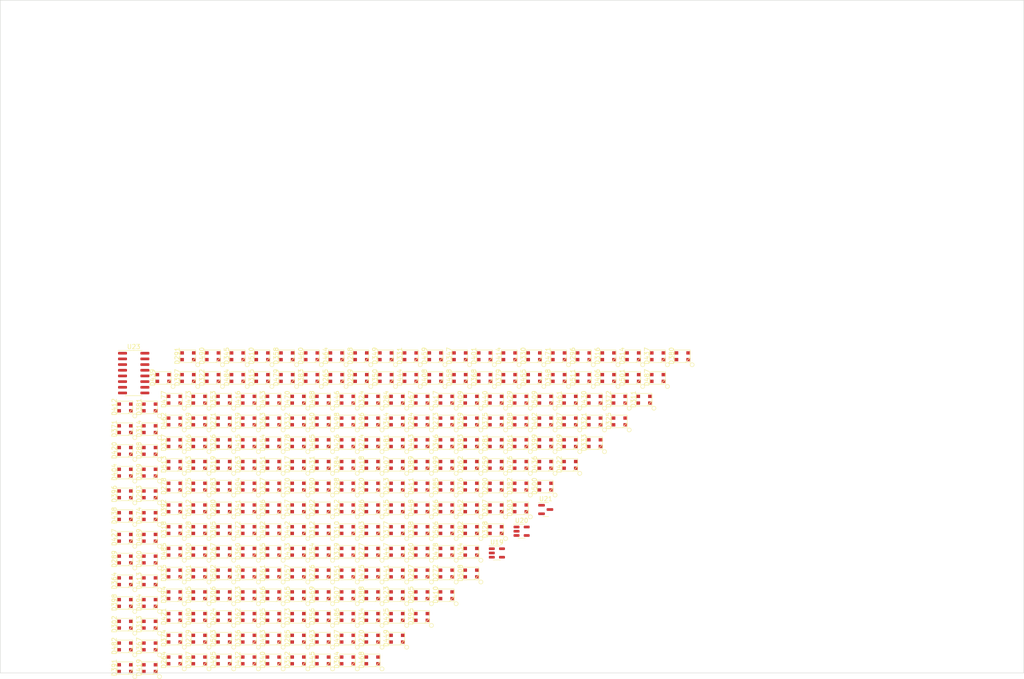
<source format=kicad_pcb>
(kicad_pcb (version 20220914) (generator pcbnew)
  (layers (0 "F.Cu" signal) (31 "B.Cu" signal) (34 "B.Paste" user) (35 "F.Paste" user) (36 "B.SilkS" user "B.Silkscreen") (37 "F.SilkS" user "F.Silkscreen") (38 "B.Mask" user) (39 "F.Mask" user) (44 "Edge.Cuts" user))
  (net 0 "")
  (net 1 "/StbdWing/GND")
  (net 2 "Net-(D259-DIN)")
  (net 3 "/StbdWing/5V")
  (net 4 "Net-(D259-DOUT)")
  (net 5 "Net-(D260-DIN)")
  (net 6 "Net-(D260-DOUT)")
  (net 7 "Net-(D261-DIN)")
  (net 8 "Net-(D261-DOUT)")
  (net 9 "Net-(D262-DIN)")
  (net 10 "Net-(D262-DOUT)")
  (net 11 "Net-(D263-DIN)")
  (net 12 "Net-(D263-DOUT)")
  (net 13 "Net-(D264-DIN)")
  (net 14 "Net-(D264-DOUT)")
  (net 15 "Net-(D265-DIN)")
  (net 16 "Net-(D265-DOUT)")
  (net 17 "Net-(D266-DIN)")
  (net 18 "Net-(D266-DOUT)")
  (net 19 "Net-(D267-DIN)")
  (net 20 "Net-(D267-DOUT)")
  (net 21 "Net-(D268-DIN)")
  (net 22 "Net-(D268-DOUT)")
  (net 23 "Net-(D269-DIN)")
  (net 24 "Net-(D269-DOUT)")
  (net 25 "Net-(D270-DIN)")
  (net 26 "Net-(D270-DOUT)")
  (net 27 "Net-(D271-DIN)")
  (net 28 "Net-(D271-DOUT)")
  (net 29 "Net-(D272-DIN)")
  (net 30 "Net-(D272-DOUT)")
  (net 31 "Net-(D273-DIN)")
  (net 32 "Net-(D273-DOUT)")
  (net 33 "Net-(D274-DIN)")
  (net 34 "Net-(D274-DOUT)")
  (net 35 "Net-(D275-DOUT)")
  (net 36 "Net-(D276-DOUT)")
  (net 37 "Net-(D277-DOUT)")
  (net 38 "Net-(D278-DOUT)")
  (net 39 "Net-(D279-DOUT)")
  (net 40 "Net-(D280-DOUT)")
  (net 41 "Net-(D281-DOUT)")
  (net 42 "Net-(D282-DOUT)")
  (net 43 "Net-(D283-DOUT)")
  (net 44 "Net-(D284-DOUT)")
  (net 45 "Net-(D285-DOUT)")
  (net 46 "Net-(D286-DOUT)")
  (net 47 "Net-(D287-DOUT)")
  (net 48 "Net-(D288-DOUT)")
  (net 49 "Net-(D289-DOUT)")
  (net 50 "Net-(D290-DOUT)")
  (net 51 "Net-(D291-DOUT)")
  (net 52 "Net-(D292-DOUT)")
  (net 53 "Net-(D293-DOUT)")
  (net 54 "Net-(D294-DOUT)")
  (net 55 "Net-(D295-DOUT)")
  (net 56 "Net-(D296-DOUT)")
  (net 57 "Net-(D297-DOUT)")
  (net 58 "Net-(D298-DOUT)")
  (net 59 "Net-(D299-DOUT)")
  (net 60 "Net-(D300-DOUT)")
  (net 61 "Net-(D301-DOUT)")
  (net 62 "Net-(D302-DOUT)")
  (net 63 "Net-(D303-DOUT)")
  (net 64 "Net-(D304-DOUT)")
  (net 65 "Net-(D305-DOUT)")
  (net 66 "Net-(D306-DOUT)")
  (net 67 "Net-(D307-DOUT)")
  (net 68 "Net-(D308-DOUT)")
  (net 69 "Net-(D309-DOUT)")
  (net 70 "Net-(D310-DOUT)")
  (net 71 "Net-(D311-DOUT)")
  (net 72 "Net-(D312-DOUT)")
  (net 73 "Net-(D313-DOUT)")
  (net 74 "Net-(D314-DOUT)")
  (net 75 "Net-(D315-DOUT)")
  (net 76 "Net-(D316-DOUT)")
  (net 77 "Net-(D317-DOUT)")
  (net 78 "Net-(D318-DOUT)")
  (net 79 "Net-(D319-DOUT)")
  (net 80 "Net-(D320-DOUT)")
  (net 81 "Net-(D321-DOUT)")
  (net 82 "Net-(D322-DOUT)")
  (net 83 "Net-(D323-DOUT)")
  (net 84 "Net-(D324-DOUT)")
  (net 85 "Net-(D325-DOUT)")
  (net 86 "Net-(D326-DOUT)")
  (net 87 "Net-(D327-DOUT)")
  (net 88 "Net-(D328-DOUT)")
  (net 89 "Net-(D329-DOUT)")
  (net 90 "Net-(D330-DOUT)")
  (net 91 "Net-(D331-DOUT)")
  (net 92 "Net-(D332-DOUT)")
  (net 93 "Net-(D333-DOUT)")
  (net 94 "Net-(D334-DOUT)")
  (net 95 "Net-(D335-DOUT)")
  (net 96 "Net-(D336-DOUT)")
  (net 97 "Net-(D337-DOUT)")
  (net 98 "Net-(D338-DOUT)")
  (net 99 "Net-(D339-DOUT)")
  (net 100 "Net-(D340-DOUT)")
  (net 101 "Net-(D341-DOUT)")
  (net 102 "Net-(D342-DOUT)")
  (net 103 "Net-(D343-DOUT)")
  (net 104 "Net-(D344-DOUT)")
  (net 105 "Net-(D345-DOUT)")
  (net 106 "Net-(D346-DOUT)")
  (net 107 "Net-(D347-DOUT)")
  (net 108 "Net-(D348-DOUT)")
  (net 109 "Net-(D349-DOUT)")
  (net 110 "Net-(D350-DOUT)")
  (net 111 "Net-(D351-DOUT)")
  (net 112 "Net-(D352-DOUT)")
  (net 113 "Net-(D353-DOUT)")
  (net 114 "Net-(D354-DOUT)")
  (net 115 "Net-(D355-DOUT)")
  (net 116 "Net-(D356-DOUT)")
  (net 117 "Net-(D357-DOUT)")
  (net 118 "Net-(D358-DOUT)")
  (net 119 "Net-(D359-DOUT)")
  (net 120 "Net-(D360-DOUT)")
  (net 121 "Net-(D361-DOUT)")
  (net 122 "Net-(D362-DOUT)")
  (net 123 "Net-(D363-DOUT)")
  (net 124 "Net-(D364-DOUT)")
  (net 125 "Net-(D365-DOUT)")
  (net 126 "Net-(D366-DOUT)")
  (net 127 "Net-(D367-DOUT)")
  (net 128 "Net-(D368-DOUT)")
  (net 129 "Net-(D369-DOUT)")
  (net 130 "Net-(D370-DOUT)")
  (net 131 "Net-(D371-DOUT)")
  (net 132 "Net-(D372-DOUT)")
  (net 133 "Net-(D373-DOUT)")
  (net 134 "Net-(D374-DOUT)")
  (net 135 "Net-(D375-DOUT)")
  (net 136 "Net-(D376-DOUT)")
  (net 137 "Net-(D377-DOUT)")
  (net 138 "Net-(D378-DOUT)")
  (net 139 "Net-(D379-DOUT)")
  (net 140 "Net-(D380-DOUT)")
  (net 141 "Net-(D381-DOUT)")
  (net 142 "Net-(D382-DOUT)")
  (net 143 "Net-(D383-DOUT)")
  (net 144 "Net-(D384-DOUT)")
  (net 145 "Net-(D385-DOUT)")
  (net 146 "Net-(D386-DOUT)")
  (net 147 "Net-(D387-DOUT)")
  (net 148 "Net-(D388-DOUT)")
  (net 149 "Net-(D389-DOUT)")
  (net 150 "Net-(D390-DOUT)")
  (net 151 "Net-(D391-DOUT)")
  (net 152 "Net-(D392-DOUT)")
  (net 153 "Net-(D393-DOUT)")
  (net 154 "Net-(D394-DOUT)")
  (net 155 "Net-(D395-DOUT)")
  (net 156 "Net-(D396-DOUT)")
  (net 157 "Net-(D397-DOUT)")
  (net 158 "Net-(D398-DOUT)")
  (net 159 "Net-(D399-DOUT)")
  (net 160 "Net-(D400-DOUT)")
  (net 161 "Net-(D401-DOUT)")
  (net 162 "Net-(D402-DOUT)")
  (net 163 "Net-(D403-DOUT)")
  (net 164 "Net-(D404-DOUT)")
  (net 165 "Net-(D405-DOUT)")
  (net 166 "Net-(D406-DOUT)")
  (net 167 "Net-(D407-DOUT)")
  (net 168 "Net-(D408-DOUT)")
  (net 169 "Net-(D409-DOUT)")
  (net 170 "Net-(D410-DOUT)")
  (net 171 "Net-(D411-DOUT)")
  (net 172 "Net-(D412-DOUT)")
  (net 173 "Net-(D413-DOUT)")
  (net 174 "Net-(D414-DOUT)")
  (net 175 "Net-(D415-DOUT)")
  (net 176 "Net-(D416-DOUT)")
  (net 177 "Net-(D417-DOUT)")
  (net 178 "Net-(D418-DOUT)")
  (net 179 "Net-(D419-DOUT)")
  (net 180 "Net-(D420-DOUT)")
  (net 181 "Net-(D421-DOUT)")
  (net 182 "Net-(D422-DOUT)")
  (net 183 "Net-(D423-DOUT)")
  (net 184 "Net-(D424-DOUT)")
  (net 185 "Net-(D425-DOUT)")
  (net 186 "Net-(D426-DOUT)")
  (net 187 "Net-(D427-DOUT)")
  (net 188 "Net-(D428-DOUT)")
  (net 189 "Net-(D429-DOUT)")
  (net 190 "Net-(D430-DOUT)")
  (net 191 "Net-(D431-DOUT)")
  (net 192 "Net-(D432-DOUT)")
  (net 193 "Net-(D433-DOUT)")
  (net 194 "Net-(D434-DOUT)")
  (net 195 "Net-(D435-DOUT)")
  (net 196 "Net-(D436-DOUT)")
  (net 197 "Net-(D437-DOUT)")
  (net 198 "Net-(D438-DOUT)")
  (net 199 "Net-(D439-DOUT)")
  (net 200 "Net-(D440-DOUT)")
  (net 201 "Net-(D441-DOUT)")
  (net 202 "Net-(D442-DOUT)")
  (net 203 "Net-(D443-DOUT)")
  (net 204 "Net-(D444-DOUT)")
  (net 205 "Net-(D445-DOUT)")
  (net 206 "Net-(D446-DOUT)")
  (net 207 "Net-(D447-DOUT)")
  (net 208 "Net-(D448-DOUT)")
  (net 209 "Net-(D449-DOUT)")
  (net 210 "Net-(D450-DOUT)")
  (net 211 "Net-(D451-DOUT)")
  (net 212 "Net-(D452-DOUT)")
  (net 213 "Net-(D453-DOUT)")
  (net 214 "Net-(D454-DOUT)")
  (net 215 "Net-(D455-DOUT)")
  (net 216 "Net-(D456-DOUT)")
  (net 217 "Net-(D457-DOUT)")
  (net 218 "Net-(D458-DOUT)")
  (net 219 "Net-(D459-DOUT)")
  (net 220 "Net-(D460-DOUT)")
  (net 221 "Net-(D461-DOUT)")
  (net 222 "Net-(D462-DOUT)")
  (net 223 "Net-(D463-DOUT)")
  (net 224 "Net-(D464-DOUT)")
  (net 225 "Net-(D465-DOUT)")
  (net 226 "Net-(D466-DOUT)")
  (net 227 "Net-(D467-DOUT)")
  (net 228 "Net-(D468-DOUT)")
  (net 229 "Net-(D469-DOUT)")
  (net 230 "Net-(D470-DOUT)")
  (net 231 "Net-(D471-DOUT)")
  (net 232 "Net-(D472-DOUT)")
  (net 233 "Net-(D473-DOUT)")
  (net 234 "Net-(D474-DOUT)")
  (net 235 "Net-(D475-DOUT)")
  (net 236 "Net-(D476-DOUT)")
  (net 237 "Net-(D477-DOUT)")
  (net 238 "Net-(D478-DOUT)")
  (net 239 "Net-(D479-DOUT)")
  (net 240 "Net-(D480-DOUT)")
  (net 241 "Net-(D481-DOUT)")
  (net 242 "Net-(D482-DOUT)")
  (net 243 "Net-(D483-DOUT)")
  (net 244 "Net-(D484-DOUT)")
  (net 245 "Net-(D485-DOUT)")
  (net 246 "Net-(D486-DOUT)")
  (net 247 "Net-(D487-DOUT)")
  (net 248 "Net-(D488-DOUT)")
  (net 249 "Net-(D489-DOUT)")
  (net 250 "Net-(D490-DOUT)")
  (net 251 "Net-(D491-DOUT)")
  (net 252 "Net-(D492-DOUT)")
  (net 253 "Net-(D493-DOUT)")
  (net 254 "Net-(D494-DOUT)")
  (net 255 "Net-(D495-DOUT)")
  (net 256 "Net-(D496-DOUT)")
  (net 257 "Net-(D497-DOUT)")
  (net 258 "Net-(D498-DOUT)")
  (net 262 "/StbdWing/PORT_LED_1")
  (net 264 "/StbdWing/PORT_LED_2")
  (net 265 "/StbdWing/3V3")
  (net 266 "Net-(J10-Pin_1)")
  (net 267 "Net-(J9-Pin_1)")
  (net 268 "Net-(J8-Pin_1)")
  (net 269 "Net-(J7-Pin_1)")
  (net 270 "/StbdWing/SDA")
  (net 271 "/StbdWing/SCL")
  (net 272 "Net-(J18-Pin_1)")
  (net 273 "Net-(J17-Pin_1)")
  (net 274 "Net-(J16-Pin_1)")
  (net 275 "Net-(J15-Pin_1)")
  (net 276 "Net-(J14-Pin_1)")
  (net 277 "Net-(J13-Pin_1)")
  (net 278 "Net-(J12-Pin_1)")
  (net 279 "Net-(J11-Pin_1)")
  (footprint "XL3528RGBW:XL-3528RGBW" (layer "F.Cu") (at 179.5 46.51)
    (fp_text reference "D406")
    (fp_text value "SK6812")
  )
  (footprint "XL3528RGBW:XL-3528RGBW" (layer "F.Cu") (at 104.59 80.53)
    (fp_text reference "D492")
    (fp_text value "SK6812")
  )
  (footprint "XL3528RGBW:XL-3528RGBW" (layer "F.Cu") (at 82.47 65.95)
    (fp_text reference "D513")
    (fp_text value "SK6812")
  )
  (footprint "XL3528RGBW:XL-3528RGBW" (layer "F.Cu") (at 88 61.09)
    (fp_text reference "D266")
    (fp_text value "SK6812")
  )
  (footprint "XL3528RGBW:XL-3528RGBW" (layer "F.Cu") (at 154.36 80.53)
    (fp_text reference "D328")
    (fp_text value "SK6812")
  )
  (footprint "XL3528RGBW:XL-3528RGBW" (layer "F.Cu") (at 148.83 61.09)
    (fp_text reference "D393")
    (fp_text value "SK6812")
  )
  (footprint "XL3528RGBW:XL-3528RGBW" (layer "F.Cu") (at 76.94 101.7)
    (fp_text reference "D313")
    (fp_text value "SK6812")
  )
  (footprint "XL3528RGBW:XL-3528RGBW" (layer "F.Cu") (at 143.3 95.11)
    (fp_text reference "D410")
    (fp_text value "SK6812")
  )
  (footprint "XL3528RGBW:XL-3528RGBW" (layer "F.Cu") (at 126.71 109.69)
    (fp_text reference "D468")
    (fp_text value "SK6812")
  )
  (footprint "XL3528RGBW:XL-3528RGBW" (layer "F.Cu") (at 104.59 65.95)
    (fp_text reference "D451")
    (fp_text value "SK6812")
  )
  (footprint "XL3528RGBW:XL-3528RGBW" (layer "F.Cu") (at 151.85 41.65)
    (fp_text reference "D401")
    (fp_text value "SK6812")
  )
  (footprint "XL3528RGBW:XL-3528RGBW" (layer "F.Cu") (at 82.47 75.67)
    (fp_text reference "D392")
    (fp_text value "SK6812")
  )
  (footprint "XL3528RGBW:XL-3528RGBW" (layer "F.Cu") (at 132.24 56.23)
    (fp_text reference "D344")
    (fp_text value "SK6812")
  )
  (footprint "XL3528RGBW:XL-3528RGBW" (layer "F.Cu") (at 115.65 70.81)
    (fp_text reference "D390")
    (fp_text value "SK6812")
  )
  (footprint "XL3528RGBW:XL-3528RGBW" (layer "F.Cu") (at 104.59 99.97)
    (fp_text reference "D295")
    (fp_text value "SK6812")
  )
  (footprint "XL3528RGBW:XL-3528RGBW" (layer "F.Cu") (at 126.71 85.39)
    (fp_text reference "D277")
    (fp_text value "SK6812")
  )
  (footprint "XL3528RGBW:XL-3528RGBW" (layer "F.Cu") (at 99.06 104.83)
    (fp_text reference "D336")
    (fp_text value "SK6812")
  )
  (footprint "XL3528RGBW:XL-3528RGBW" (layer "F.Cu") (at 121.18 70.81)
    (fp_text reference "D298")
    (fp_text value "SK6812")
  )
  (footprint "XL3528RGBW:XL-3528RGBW" (layer "F.Cu") (at 96.55 41.65)
    (fp_text reference "D345")
    (fp_text value "SK6812")
  )
  (footprint "XL3528RGBW:XL-3528RGBW" (layer "F.Cu") (at 159.89 70.81)
    (fp_text reference "D382")
    (fp_text value "SK6812")
  )
  (footprint "XL3528RGBW:XL-3528RGBW" (layer "F.Cu") (at 137.77 95.11)
    (fp_text reference "D505")
    (fp_text value "SK6812")
  )
  (footprint "XL3528RGBW:XL-3528RGBW" (layer "F.Cu") (at 159.89 65.95)
    (fp_text reference "D476")
    (fp_text value "SK6812")
  )
  (footprint "XL3528RGBW:XL-3528RGBW" (layer "F.Cu") (at 110.12 51.37)
    (fp_text reference "D470")
    (fp_text value "SK6812")
  )
  (footprint "XL3528RGBW:XL-3528RGBW" (layer "F.Cu") (at 121.18 99.97)
    (fp_text reference "D486")
    (fp_text value "SK6812")
  )
  (footprint "XL3528RGBW:XL-3528RGBW" (layer "F.Cu") (at 93.53 85.39)
    (fp_text reference "D267")
    (fp_text value "SK6812")
  )
  (footprint "XL3528RGBW:XL-3528RGBW" (layer "F.Cu") (at 85.49 46.51)
    (fp_text reference "D397")
    (fp_text value "SK6812")
  )
  (footprint "XL3528RGBW:XL-3528RGBW" (layer "F.Cu") (at 113.14 46.51)
    (fp_text reference "D383")
    (fp_text value "SK6812")
  )
  (footprint "XL3528RGBW:XL-3528RGBW" (layer "F.Cu") (at 110.12 61.09)
    (fp_text reference "D378")
    (fp_text value "SK6812")
  )
  (footprint "XL3528RGBW:XL-3528RGBW" (layer "F.Cu") (at 137.77 56.23)
    (fp_text reference "D294")
    (fp_text value "SK6812")
  )
  (footprint "XL3528RGBW:XL-3528RGBW" (layer "F.Cu") (at 143.3 70.81)
    (fp_text reference "D385")
    (fp_text value "SK6812")
  )
  (footprint "XL3528RGBW:XL-3528RGBW" (layer "F.Cu") (at 148.83 75.67)
    (fp_text reference "D452")
    (fp_text value "SK6812")
  )
  (footprint "XL3528RGBW:XL-3528RGBW" (layer "F.Cu") (at 99.06 65.95)
    (fp_text reference "D263")
    (fp_text value "SK6812")
  )
  (footprint "XL3528RGBW:XL-3528RGBW" (layer "F.Cu") (at 154.36 56.23)
    (fp_text reference "D375")
    (fp_text value "SK6812")
  )
  (footprint "XL3528RGBW:XL-3528RGBW" (layer "F.Cu") (at 82.47 61.09)
    (fp_text reference "D337")
    (fp_text value "SK6812")
  )
  (footprint "XL3528RGBW:XL-3528RGBW" (layer "F.Cu") (at 88 90.25)
    (fp_text reference "D301")
    (fp_text value "SK6812")
  )
  (footprint "XL3528RGBW:XL-3528RGBW" (layer "F.Cu") (at 104.59 56.23)
    (fp_text reference "D363")
    (fp_text value "SK6812")
  )
  (footprint "XL3528RGBW:XL-3528RGBW" (layer "F.Cu") (at 132.24 90.25)
    (fp_text reference "D441")
    (fp_text value "SK6812")
  )
  (footprint "XL3528RGBW:XL-3528RGBW" (layer "F.Cu") (at 159.89 56.23)
    (fp_text reference "D308")
    (fp_text value "SK6812")
  )
  (footprint "XL3528RGBW:XL-3528RGBW" (layer "F.Cu") (at 104.59 104.83)
    (fp_text reference "D483")
    (fp_text value "SK6812")
  )
  (footprint "XL3528RGBW:XL-3528RGBW" (layer "F.Cu") (at 115.65 75.67)
    (fp_text reference "D292")
    (fp_text value "SK6812")
  )
  (footprint "XL3528RGBW:XL-3528RGBW" (layer "F.Cu") (at 85.49 41.65)
    (fp_text reference "D291")
    (fp_text value "SK6812")
  )
  (footprint "XL3528RGBW:XL-3528RGBW" (layer "F.Cu") (at 88 85.39)
    (fp_text reference "D300")
    (fp_text value "SK6812")
  )
  (footprint "XL3528RGBW:XL-3528RGBW" (layer "F.Cu") (at 159.89 75.67)
    (fp_text reference "D303")
    (fp_text value "SK6812")
  )
  (footprint "XL3528RGBW:XL-3528RGBW" (layer "F.Cu") (at 176.48 61.09)
    (fp_text reference "D333")
    (fp_text value "SK6812")
  )
  (footprint "XL3528RGBW:XL-3528RGBW" (layer "F.Cu") (at 168.44 46.51)
    (fp_text reference "D348")
    (fp_text value "SK6812")
  )
  (footprint "XL3528RGBW:XL-3528RGBW" (layer "F.Cu") (at 115.65 95.11)
    (fp_text reference "D469")
    (fp_text value "SK6812")
  )
  (footprint "XL3528RGBW:XL-3528RGBW" (layer "F.Cu") (at 99.06 85.39)
    (fp_text reference "D360")
    (fp_text value "SK6812")
  )
  (footprint "XL3528RGBW:XL-3528RGBW" (layer "F.Cu") (at 110.12 80.53)
    (fp_text reference "D442")
    (fp_text value "SK6812")
  )
  (footprint "XL3528RGBW:XL-3528RGBW" (layer "F.Cu") (at 137.77 61.09)
    (fp_text reference "D443")
    (fp_text value "SK6812")
  )
  (footprint "XL3528RGBW:XL-3528RGBW" (layer "F.Cu") (at 154.36 51.37)
    (fp_text reference "D440")
    (fp_text value "SK6812")
  )
  (footprint "Package_TO_SOT_SMD:SOT-23-5" (layer "F.Cu") (at 160.14 80.795)
    (fp_text reference "U20")
    (fp_text value "SN74LV1T34DBV")
  )
  (footprint "XL3528RGBW:XL-3528RGBW" (layer "F.Cu") (at 165.42 70.81)
    (fp_text reference "D500")
    (fp_text value "SK6812")
  )
  (footprint "XL3528RGBW:XL-3528RGBW" (layer "F.Cu") (at 137.77 75.67)
    (fp_text reference "D448")
    (fp_text value "SK6812")
  )
  (footprint "XL3528RGBW:XL-3528RGBW" (layer "F.Cu") (at 118.67 41.65)
    (fp_text reference "D464")
    (fp_text value "SK6812")
  )
  (footprint "XL3528RGBW:XL-3528RGBW" (layer "F.Cu") (at 173.97 46.51)
    (fp_text reference "D511")
    (fp_text value "SK6812")
  )
  (footprint "XL3528RGBW:XL-3528RGBW" (layer "F.Cu") (at 93.53 80.53)
    (fp_text reference "D305")
    (fp_text value "SK6812")
  )
  (footprint "XL3528RGBW:XL-3528RGBW" (layer "F.Cu") (at 113.14 41.65)
    (fp_text reference "D460")
    (fp_text value "SK6812")
  )
  (footprint "XL3528RGBW:XL-3528RGBW" (layer "F.Cu") (at 91.02 46.51)
    (fp_text reference "D322")
    (fp_text value "SK6812")
  )
  (footprint "XL3528RGBW:XL-3528RGBW" (layer "F.Cu") (at 88 95.11)
    (fp_text reference "D405")
    (fp_text value "SK6812")
  )
  (footprint "XL3528RGBW:XL-3528RGBW" (layer "F.Cu") (at 121.18 65.95)
    (fp_text reference "D384")
    (fp_text value "SK6812")
  )
  (footprint "XL3528RGBW:XL-3528RGBW" (layer "F.Cu") (at 115.65 99.97)
    (fp_text reference "D356")
    (fp_text value "SK6812")
  )
  (footprint "XL3528RGBW:XL-3528RGBW" (layer "F.Cu") (at 196.09 41.65)
    (fp_text reference "D380")
    (fp_text value "SK6812")
  )
  (footprint "XL3528RGBW:XL-3528RGBW" (layer "F.Cu") (at 140.79 46.51)
    (fp_text reference "D408")
    (fp_text value "SK6812")
  )
  (footprint "XL3528RGBW:XL-3528RGBW" (layer "F.Cu") (at 157.38 46.51)
    (fp_text reference "D379")
    (fp_text value "SK6812")
  )
  (footprint "XL3528RGBW:XL-3528RGBW" (layer "F.Cu") (at 104.59 95.11)
    (fp_text reference "D466")
    (fp_text value "SK6812")
  )
  (footprint "XL3528RGBW:XL-3528RGBW" (layer "F.Cu") (at 132.24 95.11)
    (fp_text reference "D423")
    (fp_text value "SK6812")
  )
  (footprint "XL3528RGBW:XL-3528RGBW" (layer "F.Cu") (at 99.06 109.69)
    (fp_text reference "D432")
    (fp_text value "SK6812")
  )
  (footprint "XL3528RGBW:XL-3528RGBW" (layer "F.Cu") (at 121.18 109.69)
    (fp_text reference "D304")
    (fp_text value "SK6812")
  )
  (footprint "XL3528RGBW:XL-3528RGBW" (layer "F.Cu") (at 93.53 75.67)
    (fp_text reference "D280")
    (fp_text value "SK6812")
  )
  (footprint "XL3528RGBW:XL-3528RGBW" (layer "F.Cu") (at 93.53 90.25)
    (fp_text reference "D502")
    (fp_text value "SK6812")
  )
  (footprint "XL3528RGBW:XL-3528RGBW" (layer "F.Cu") (at 137.77 85.39)
    (fp_text reference "D260")
    (fp_text value "SK6812")
  )
  (footprint "XL3528RGBW:XL-3528RGBW" (layer "F.Cu") (at 132.24 61.09)
    (fp_text reference "D481")
    (fp_text value "SK6812")
  )
  (footprint "XL3528RGBW:XL-3528RGBW" (layer "F.Cu") (at 104.59 61.09)
    (fp_text reference "D454")
    (fp_text value "SK6812")
  )
  (footprint "XL3528RGBW:XL-3528RGBW" (layer "F.Cu") (at 165.42 56.23)
    (fp_text reference "D402")
    (fp_text value "SK6812")
  )
  (footprint "XL3528RGBW:XL-3528RGBW" (layer "F.Cu") (at 124.2 41.65)
    (fp_text reference "D268")
    (fp_text value "SK6812")
  )
  (footprint "XL3528RGBW:XL-3528RGBW" (layer "F.Cu") (at 170.95 65.95)
    (fp_text reference "D422")
    (fp_text value "SK6812")
  )
  (footprint "XL3528RGBW:XL-3528RGBW" (layer "F.Cu") (at 121.18 56.23)
    (fp_text reference "D498")
    (fp_text value "SK6812")
  )
  (footprint "XL3528RGBW:XL-3528RGBW" (layer "F.Cu") (at 121.18 85.39)
    (fp_text reference "D329")
    (fp_text value "SK6812")
  )
  (footprint "XL3528RGBW:XL-3528RGBW" (layer "F.Cu") (at 137.77 80.53)
    (fp_text reference "D338")
    (fp_text value "SK6812")
  )
  (footprint "XL3528RGBW:XL-3528RGBW" (layer "F.Cu") (at 151.85 46.51)
    (fp_text reference "D368")
    (fp_text value "SK6812")
  )
  (footprint "XL3528RGBW:XL-3528RGBW" (layer "F.Cu") (at 82.47 70.81)
    (fp_text reference "D278")
    (fp_text value "SK6812")
  )
  (footprint "XL3528RGBW:XL-3528RGBW" (layer "F.Cu") (at 126.71 90.25)
    (fp_text reference "D475")
    (fp_text value "SK6812")
  )
  (footprint "XL3528RGBW:XL-3528RGBW" (layer "F.Cu") (at 82.47 99.97)
    (fp_text reference "D421")
    (fp_text value "SK6812")
  )
  (footprint "XL3528RGBW:XL-3528RGBW" (layer "F.Cu") (at 76.94 106.56)
    (fp_text reference "D367")
    (fp_text value "SK6812")
  )
  (footprint "XL3528RGBW:XL-3528RGBW" (layer "F.Cu") (at 143.3 51.37)
    (fp_text reference "D417")
    (fp_text value "SK6812")
  )
  (footprint "XL3528RGBW:XL-3528RGBW" (layer "F.Cu") (at 187.54 51.37)
    (fp_text reference "D311")
    (fp_text value "SK6812")
  )
  (footprint "XL3528RGBW:XL-3528RGBW" (layer "F.Cu") (at 99.06 99.97)
    (fp_text reference "D362")
    (fp_text value "SK6812")
  )
  (footprint "XL3528RGBW:XL-3528RGBW" (layer "F.Cu") (at 104.59 85.39)
    (fp_text reference "D355")
    (fp_text value "SK6812")
  )
  (footprint "XL3528RGBW:XL-3528RGBW" (layer "F.Cu") (at 88 56.23)
    (fp_text reference "D369")
    (fp_text value "SK6812")
  )
  (footprint "XL3528RGBW:XL-3528RGBW" (layer "F.Cu") (at 185.03 41.65)
    (fp_text reference "D514")
    (fp_text value "SK6812")
  )
  (footprint "XL3528RGBW:XL-3528RGBW" (layer "F.Cu") (at 137.77 99.97)
    (fp_text reference "D395")
    (fp_text value "SK6812")
  )
  (footprint "XL3528RGBW:XL-3528RGBW" (layer "F.Cu") (at 154.36 75.67)
    (fp_text reference "D307")
    (fp_text value "SK6812")
  )
  (footprint "XL3528RGBW:XL-3528RGBW" (layer "F.Cu") (at 148.83 90.25)
    (fp_text reference "D508")
    (fp_text value "SK6812")
  )
  (footprint "XL3528RGBW:XL-3528RGBW" (layer "F.Cu") (at 71.41 91.98)
    (fp_text reference "D364")
    (fp_text value "SK6812")
  )
  (footprint "XL3528RGBW:XL-3528RGBW" (layer "F.Cu") (at 71.41 87.12)
    (fp_text reference "D289")
    (fp_text value "SK6812")
  )
  (footprint "XL3528RGBW:XL-3528RGBW" (layer "F.Cu") (at 121.18 90.25)
    (fp_text reference "D351")
    (fp_text value "SK6812")
  )
  (footprint "XL3528RGBW:XL-3528RGBW" (layer "F.Cu") (at 82.47 90.25)
    (fp_text reference "D335")
    (fp_text value "SK6812")
  )
  (footprint "XL3528RGBW:XL-3528RGBW" (layer "F.Cu") (at 143.3 65.95)
    (fp_text reference "D499")
    (fp_text value "SK6812")
  )
  (footprint "XL3528RGBW:XL-3528RGBW" (layer "F.Cu") (at 99.06 61.09)
    (fp_text reference "D415")
    (fp_text value "SK6812")
  )
  (footprint "XL3528RGBW:XL-3528RGBW" (layer "F.Cu") (at 71.41 101.7)
    (fp_text reference "D302")
    (fp_text value "SK6812")
  )
  (footprint "XL3528RGBW:XL-3528RGBW" (layer "F.Cu") (at 115.65 65.95)
    (fp_text reference "D431")
    (fp_text value "SK6812")
  )
  (footprint "XL3528RGBW:XL-3528RGBW" (layer "F.Cu") (at 82.47 104.83)
    (fp_text reference "D374")
    (fp_text value "SK6812")
  )
  (footprint "XL3528RGBW:XL-3528RGBW" (layer "F.Cu") (at 132.24 80.53)
    (fp_text reference "D377")
    (fp_text value "SK6812")
  )
  (footprint "XL3528RGBW:XL-3528RGBW" (layer "F.Cu") (at 76.94 111.42)
    (fp_text reference "D419")
    (fp_text value "SK6812")
  )
  (footprint "XL3528RGBW:XL-3528RGBW" (layer "F.Cu") (at 143.3 80.53)
    (fp_text reference "D506")
    (fp_text value "SK6812")
  )
  (footprint "XL3528RGBW:XL-3528RGBW" (layer "F.Cu") (at 115.65 85.39)
    (fp_text reference "D354")
    (fp_text value "SK6812")
  )
  (footprint "XL3528RGBW:XL-3528RGBW" (layer "F.Cu") (at 148.83 70.81)
    (fp_text reference "D376")
    (fp_text value "SK6812")
  )
  (footprint "XL3528RGBW:XL-3528RGBW" (layer "F.Cu") (at 99.06 56.23)
    (fp_text reference "D339")
    (fp_text value "SK6812")
  )
  (footprint "XL3528RGBW:XL-3528RGBW" (layer "F.Cu") (at 137.77 65.95)
    (fp_text reference "D389")
    (fp_text value "SK6812")
  )
  (footprint "XL3528RGBW:XL-3528RGBW" (layer "F.Cu") (at 132.24 85.39)
    (fp_text reference "D447")
    (fp_text value "SK6812")
  )
  (footprint "XL3528RGBW:XL-3528RGBW" (layer "F.Cu") (at 126.71 65.95)
    (fp_text reference "D418")
    (fp_text value "SK6812")
  )
  (footprint "XL3528RGBW:XL-3528RGBW" (layer "F.Cu") (at 126.71 56.23)
    (fp_text reference "D496")
    (fp_text value "SK6812")
  )
  (footprint "XL3528RGBW:XL-3528RGBW" (layer "F.Cu") (at 110.12 109.69)
    (fp_text reference "D352")
    (fp_text value "SK6812")
  )
  (footprint "XL3528RGBW:XL-3528RGBW" (layer "F.Cu") (at 148.83 56.23)
    (fp_text reference "D359")
    (fp_text value "SK6812")
  )
  (footprint "XL3528RGBW:XL-3528RGBW" (layer "F.Cu") (at 190.56 41.65)
    (fp_text reference "D437")
    (fp_text value "SK6812")
  )
  (footprint "XL3528RGBW:XL-3528RGBW" (layer "F.Cu") (at 132.24 75.67)
    (fp_text reference "D435")
    (fp_text value "SK6812")
  )
  (footprint "XL3528RGBW:XL-3528RGBW" (layer "F.Cu") (at 99.06 95.11)
    (fp_text reference "D323")
    (fp_text value "SK6812")
  )
  (footprint "Package_SO:SOP-16_3.9x9.9mm_P1.27mm" (layer "F.Cu") (at 73.36 45.415)
    (fp_text reference "U23")
    (fp_text value "HX612")
  )
  (footprint "XL3528RGBW:XL-3528RGBW" (layer "F.Cu") (at 93.53 95.11)
    (fp_text reference "D306")
    (fp_text value "SK6812")
  )
  (footprint "XL3528RGBW:XL-3528RGBW" (layer "F.Cu") (at 126.71 75.67)
    (fp_text reference "D286")
    (fp_text value "SK6812")
  )
  (footprint "XL3528RGBW:XL-3528RGBW" (layer "F.Cu") (at 159.89 51.37)
    (fp_text reference "D429")
    (fp_text value "SK6812")
  )
  (footprint "XL3528RGBW:XL-3528RGBW" (layer "F.Cu") (at 82.47 95.11)
    (fp_text reference "D394")
    (fp_text value "SK6812")
  )
  (footprint "XL3528RGBW:XL-3528RGBW" (layer "F.Cu") (at 143.3 56.23)
    (fp_text reference "D273")
    (fp_text value "SK6812")
  )
  (footprint "XL3528RGBW:XL-3528RGBW" (layer "F.Cu") (at 115.65 104.83)
    (fp_text reference "D493")
    (fp_text value "SK6812")
  )
  (footprint "XL3528RGBW:XL-3528RGBW" (layer "F.Cu") (at 159.89 61.09)
    (fp_text reference "D261")
    (fp_text value "SK6812")
  )
  (footprint "XL3528RGBW:XL-3528RGBW" (layer "F.Cu") (at 115.65 56.23)
    (fp_text reference "D450")
    (fp_text value "SK6812")
  )
  (footprint "XL3528RGBW:XL-3528RGBW" (layer "F.Cu") (at 121.18 51.37)
    (fp_text reference "D446")
    (fp_text value "SK6812")
  )
  (footprint "XL3528RGBW:XL-3528RGBW" (layer "F.Cu") (at 104.59 75.67)
    (fp_text reference "D386")
    (fp_text value "SK6812")
  )
  (footprint "XL3528RGBW:XL-3528RGBW" (layer "F.Cu") (at 93.53 65.95)
    (fp_text reference "D319")
    (fp_text value "SK6812")
  )
  (footprint "XL3528RGBW:XL-3528RGBW" (layer "F.Cu") (at 115.65 51.37)
    (fp_text reference "D488")
    (fp_text value "SK6812")
  )
  (footprint "XL3528RGBW:XL-3528RGBW" (layer "F.Cu") (at 176.48 56.23)
    (fp_text reference "D321")
    (fp_text value "SK6812")
  )
  (footprint "Package_TO_SOT_SMD:SOT-23" (layer "F.Cu") (at 165.54 75.935)
    (fp_text reference "U21")
    (fp_text value "XC6206PxxxMR")
  )
  (footprint "XL3528RGBW:XL-3528RGBW" (layer "F.Cu") (at 76.94 57.96)
    (fp_text reference "D314")
    (fp_text value "SK6812")
  )
  (footprint "XL3528RGBW:XL-3528RGBW" (layer "F.Cu") (at 99.06 70.81)
    (fp_text reference "D504")
    (fp_text value "SK6812")
  )
  (footprint "XL3528RGBW:XL-3528RGBW" (layer "F.Cu") (at 137.77 51.37)
    (fp_text reference "D467")
    (fp_text value "SK6812")
  )
  (footprint "XL3528RGBW:XL-3528RGBW" (layer "F.Cu") (at 88 109.69)
    (fp_text reference "D387")
    (fp_text value "SK6812")
  )
  (footprint "XL3528RGBW:XL-3528RGBW" (layer "F.Cu") (at 179.5 41.65)
    (fp_text reference "D316")
    (fp_text value "SK6812")
  )
  (footprint "XL3528RGBW:XL-3528RGBW" (layer "F.Cu") (at 121.18 95.11)
    (fp_text reference "D507")
    (fp_text value "SK6812")
  )
  (footprint "XL3528RGBW:XL-3528RGBW" (layer "F.Cu") (at 71.41 82.26)
    (fp_text reference "D427")
    (fp_text value "SK6812")
  )
  (footprint "XL3528RGBW:XL-3528RGBW" (layer "F.Cu") (at 115.65 80.53)
    (fp_text reference "D312")
    (fp_text value "SK6812")
  )
  (footprint "XL3528RGBW:XL-3528RGBW" (layer "F.Cu") (at 110.12 70.81)
    (fp_text reference "D370")
    (fp_text value "SK6812")
  )
  (footprint "XL3528RGBW:XL-3528RGBW" (layer "F.Cu") (at 71.41 72.54)
    (fp_text reference "D396")
    (fp_text value "SK6812")
  )
  (footprint "XL3528RGBW:XL-3528RGBW" (layer "F.Cu") (at 148.83 65.95)
    (fp_text reference "D262")
    (fp_text value "SK6812")
  )
  (footprint "XL3528RGBW:XL-3528RGBW" (layer "F.Cu") (at 157.38 41.65)
    (fp_text reference "D414")
    (fp_text value "SK6812")
  )
  (footprint "XL3528RGBW:XL-3528RGBW" (layer "F.Cu") (at 176.48 51.37)
    (fp_text reference "D430")
    (fp_text value "SK6812")
  )
  (footprint "XL3528RGBW:XL-3528RGBW" (layer "F.Cu") (at 126.71 61.09)
    (fp_text reference "D274")
    (fp_text value "SK6812")
  )
  (footprint "XL3528RGBW:XL-3528RGBW" (layer "F.Cu") (at 126.71 51.37)
    (fp_text reference "D324")
    (fp_text value "SK6812")
  )
  (footprint "XL3528RGBW:XL-3528RGBW" (layer "F.Cu") (at 170.95 51.37)
    (fp_text reference "D461")
    (fp_text value "SK6812")
  )
  (footprint "XL3528RGBW:XL-3528RGBW" (layer "F.Cu") (at 148.83 51.37)
    (fp_text reference "D409")
    (fp_text value "SK6812")
  )
  (footprint "XL3528RGBW:XL-3528RGBW" (layer "F.Cu") (at 165.42 51.37)
    (fp_text reference "D509")
    (fp_text value "SK6812")
  )
  (footprint "XL3528RGBW:XL-3528RGBW" (layer "F.Cu") (at 93.53 99.97)
    (fp_text reference "D424")
    (fp_text value "SK6812")
  )
  (footprint "XL3528RGBW:XL-3528RGBW" (layer "F.Cu") (at 146.32 41.65)
    (fp_text reference "D347")
    (fp_text value "SK6812")
  )
  (footprint "XL3528RGBW:XL-3528RGBW" (layer "F.Cu") (at 135.26 41.65)
    (fp_text reference "D331")
    (fp_text value "SK6812")
  )
  (footprint "XL3528RGBW:XL-3528RGBW" (layer "F.Cu") (at 76.94 96.84)
    (fp_text reference "D494")
    (fp_text value "SK6812")
  )
  (footprint "XL3528RGBW:XL-3528RGBW" (layer "F.Cu") (at 110.12 65.95)
    (fp_text reference "D317")
    (fp_text value "SK6812")
  )
  (footprint "XL3528RGBW:XL-3528RGBW" (layer "F.Cu") (at 182.01 56.23)
    (fp_text reference "D325")
    (fp_text value "SK6812")
  )
  (footprint "XL3528RGBW:XL-3528RGBW" (layer "F.Cu") (at 102.08 46.51)
    (fp_text reference "D315")
    (fp_text value "SK6812")
  )
  (footprint "XL3528RGBW:XL-3528RGBW" (layer "F.Cu") (at 76.94 72.54)
    (fp_text reference "D293")
    (fp_text value "SK6812")
  )
  (footprint "XL3528RGBW:XL-3528RGBW" (layer "F.Cu") (at 124.2 46.51)
    (fp_text reference "D299")
    (fp_text value "SK6812")
  )
  (footprint "XL3528RGBW:XL-3528RGBW" (layer "F.Cu") (at 93.53 70.81)
    (fp_text reference "D283")
    (fp_text value "SK6812")
  )
  (footprint "XL3528RGBW:XL-3528RGBW" (layer "F.Cu") (at 82.47 51.37)
    (fp_text reference "D477")
    (fp_text value "SK6812")
  )
  (footprint "XL3528RGBW:XL-3528RGBW" (layer "F.Cu") (at 76.94 87.12)
    (fp_text reference "D400")
    (fp_text value "SK6812")
  )
  (footprint "XL3528RGBW:XL-3528RGBW" (layer "F.Cu") (at 146.32 46.51)
    (fp_text reference "D458")
    (fp_text value "SK6812")
  )
  (footprint "XL3528RGBW:XL-3528RGBW" (layer "F.Cu") (at 88 65.95)
    (fp_text reference "D463")
    (fp_text value "SK6812")
  )
  (footprint "XL3528RGBW:XL-3528RGBW" (layer "F.Cu") (at 93.53 104.83)
    (fp_text reference "D503")
    (fp_text value "SK6812")
  )
  (footprint "XL3528RGBW:XL-3528RGBW" (layer "F.Cu") (at 76.94 91.98)
    (fp_text reference "D413")
    (fp_text value "SK6812")
  )
  (footprint "XL3528RGBW:XL-3528RGBW" (layer "F.Cu") (at 126.71 104.83)
    (fp_text reference "D270")
    (fp_text value "SK6812")
  )
  (footprint "XL3528RGBW:XL-3528RGBW" (layer "F.Cu") (at 126.71 95.11)
    (fp_text reference "D388")
    (fp_text value "SK6812")
  )
  (footprint "XL3528RGBW:XL-3528RGBW" (layer "F.Cu") (at 99.06 75.67)
    (fp_text reference "D341")
    (fp_text value "SK6812")
  )
  (footprint "XL3528RGBW:XL-3528RGBW" (layer "F.Cu") (at 71.41 111.42)
    (fp_text reference "D391")
    (fp_text value "SK6812")
  )
  (footprint "XL3528RGBW:XL-3528RGBW" (layer "F.Cu") (at 154.36 70.81)
    (fp_text reference "D290")
    (fp_text value "SK6812")
  )
  (footprint "XL3528RGBW:XL-3528RGBW" (layer "F.Cu") (at 140.79 41.65)
    (fp_text reference "D459")
    (fp_text value "SK6812")
  )
  (footprint "XL3528RGBW:XL-3528RGBW" (layer "F.Cu") (at 132.24 104.83)
    (fp_text reference "D449")
    (fp_text value "SK6812")
  )
  (footprint "XL3528RGBW:XL-3528RGBW" (layer "F.Cu") (at 107.61 41.65)
    (fp_text reference "D358")
    (fp_text value "SK6812")
  )
  (footprint "XL3528RGBW:XL-3528RGBW" (layer "F.Cu") (at 96.55 46.51)
    (fp_text reference "D484")
    (fp_text value "SK6812")
  )
  (footprint "XL3528RGBW:XL-3528RGBW" (layer "F.Cu") (at 110.12 99.97)
    (fp_text reference "D373")
    (fp_text value "SK6812")
  )
  (footprint "XL3528RGBW:XL-3528RGBW" (layer "F.Cu") (at 129.73 46.51)
    (fp_text reference "D350")
    (fp_text value "SK6812")
  )
  (footprint "XL3528RGBW:XL-3528RGBW" (layer "F.Cu") (at 71.41 53.1)
    (fp_text reference "D412")
    (fp_text value "SK6812")
  )
  (footprint "XL3528RGBW:XL-3528RGBW" (layer "F.Cu") (at 143.3 90.25)
    (fp_text reference "D272")
    (fp_text value "SK6812")
  )
  (footprint "XL3528RGBW:XL-3528RGBW" (layer "F.Cu") (at 82.47 80.53)
    (fp_text reference "D318")
    (fp_text value "SK6812")
  )
  (footprint "XL3528RGBW:XL-3528RGBW" (layer "F.Cu") (at 110.12 90.25)
    (fp_text reference "D357")
    (fp_text value "SK6812")
  )
  (footprint "XL3528RGBW:XL-3528RGBW" (layer "F.Cu") (at 76.94 77.4)
    (fp_text reference "D474")
    (fp_text value "SK6812")
  )
  (footprint "XL3528RGBW:XL-3528RGBW" (layer "F.Cu") (at 104.59 51.37)
    (fp_text reference "D453")
    (fp_text value "SK6812")
  )
  (footprint "Package_TO_SOT_SMD:SOT-23-5" (layer "F.Cu") (at 154.61 85.655)
    (fp_text reference "U19")
    (fp_text value "SN74LV1T34DBV")
  )
  (footprint "XL3528RGBW:XL-3528RGBW" (layer "F.Cu") (at 126.71 80.53)
    (fp_text reference "D403")
    (fp_text value "SK6812")
  )
  (footprint "XL3528RGBW:XL-3528RGBW" (layer "F.Cu") (at 104.59 90.25)
    (fp_text reference "D361")
    (fp_text value "SK6812")
  )
  (footprint "XL3528RGBW:XL-3528RGBW" (layer "F.Cu") (at 143.3 85.39)
    (fp_text reference "D478")
    (fp_text value "SK6812")
  )
  (footprint "XL3528RGBW:XL-3528RGBW" (layer "F.Cu") (at 91.02 41.65)
    (fp_text reference "D490")
    (fp_text value "SK6812")
  )
  (footprint "XL3528RGBW:XL-3528RGBW" (layer "F.Cu") (at 88 51.37)
    (fp_text reference "D473")
    (fp_text value "SK6812")
  )
  (footprint "XL3528RGBW:XL-3528RGBW" (layer "F.Cu") (at 76.94 67.68)
    (fp_text reference "D309")
    (fp_text value "SK6812")
  )
  (footprint "XL3528RGBW:XL-3528RGBW" (layer "F.Cu") (at 71.41 96.84)
    (fp_text reference "D398")
    (fp_text value "SK6812")
  )
  (footprint "XL3528RGBW:XL-3528RGBW" (layer "F.Cu") (at 99.06 80.53)
    (fp_text reference "D472")
    (fp_text value "SK6812")
  )
  (footprint "XL3528RGBW:XL-3528RGBW" (layer "F.Cu") (at 93.53 51.37)
    (fp_text reference "D353")
    (fp_text value "SK6812")
  )
  (footprint "XL3528RGBW:XL-3528RGBW" (layer "F.Cu") (at 165.42 65.95)
    (fp_text reference "D436")
    (fp_text value "SK6812")
  )
  (footprint "XL3528RGBW:XL-3528RGBW" (layer "F.Cu") (at 168.44 41.65)
    (fp_text reference "D471")
    (fp_text value "SK6812")
  )
  (footprint "XL3528RGBW:XL-3528RGBW" (layer "F.Cu") (at 82.47 85.39)
    (fp_text reference "D485")
    (fp_text value "SK6812")
  )
  (footprint "XL3528RGBW:XL-3528RGBW" (layer "F.Cu") (at 126.71 99.97)
    (fp_text reference "D334")
    (fp_text value "SK6812")
  )
  (footprint "XL3528RGBW:XL-3528RGBW" (layer "F.Cu") (at 129.73 41.65)
    (fp_text reference "D349")
    (fp_text value "SK6812")
  )
  (footprint "XL3528RGBW:XL-3528RGBW" (layer "F.Cu") (at 148.83 80.53)
    (fp_text reference "D282")
    (fp_text value "SK6812")
  )
  (footprint "XL3528RGBW:XL-3528RGBW" (layer "F.Cu") (at 104.59 109.69)
    (fp_text reference "D340")
    (fp_text value "SK6812")
  )
  (footprint "XL3528RGBW:XL-3528RGBW" (layer "F.Cu") (at 185.03 46.51)
    (fp_text reference "D501")
    (fp_text value "SK6812")
  )
  (footprint "XL3528RGBW:XL-3528RGBW" (layer "F.Cu") (at 162.91 46.51)
    (fp_text reference "D455")
    (fp_text value "SK6812")
  )
  (footprint "XL3528RGBW:XL-3528RGBW" (layer "F.Cu") (at 99.06 90.25)
    (fp_text reference "D456")
    (fp_text value "SK6812")
  )
  (footprint "XL3528RGBW:XL-3528RGBW" (layer "F.Cu") (at 71.41 77.4)
    (fp_text reference "D438")
    (fp_text value "SK6812")
  )
  (footprint "XL3528RGBW:XL-3528RGBW" (layer "F.Cu") (at 170.95 61.09)
    (fp_text reference "D269")
    (fp_text value "SK6812")
  )
  (footprint "XL3528RGBW:XL-3528RGBW" (layer "F.Cu") (at 143.3 75.67)
    (fp_text reference "D366")
    (fp_text value "SK6812")
  )
  (footprint "XL3528RGBW:XL-3528RGBW" (layer "F.Cu") (at 132.24 70.81)
    (fp_text reference "D343")
    (fp_text value "SK6812")
  )
  (footprint "XL3528RGBW:XL-3528RGBW" (layer "F.Cu") (at 88 99.97)
    (fp_text reference "D480")
    (fp_text value "SK6812")
  )
  (footprint "XL3528RGBW:XL-3528RGBW" (layer "F.Cu") (at 132.24 99.97)
    (fp_text reference "D425")
    (fp_text value "SK6812")
  )
  (footprint "XL3528RGBW:XL-3528RGBW" (layer "F.Cu") (at 143.3 61.09)
    (fp_text reference "D346")
    (fp_text value "SK6812")
  )
  (footprint "XL3528RGBW:XL-3528RGBW" (layer "F.Cu") (at 148.83 85.39)
    (fp_text reference "D434")
    (fp_text value "SK6812")
  )
  (footprint "XL3528RGBW:XL-3528RGBW" (layer "F.Cu") (at 76.94 62.82)
    (fp_text reference "D288")
    (fp_text value "SK6812")
  )
  (footprint "XL3528RGBW:XL-3528RGBW" (layer "F.Cu") (at 165.42 61.09)
    (fp_text reference "D399")
    (fp_text value "SK6812")
  )
  (footprint "XL3528RGBW:XL-3528RGBW" (layer "F.Cu") (at 71.41 106.56)
    (fp_text reference "D482")
    (fp_text value "SK6812")
  )
  (footprint "XL3528RGBW:XL-3528RGBW" (layer "F.Cu") (at 110.12 95.11)
    (fp_text reference "D365")
    (fp_text value "SK6812")
  )
  (footprint "XL3528RGBW:XL-3528RGBW" (layer "F.Cu") (at 121.18 61.09)
    (fp_text reference "D426")
    (fp_text value "SK6812")
  )
  (footprint "XL3528RGBW:XL-3528RGBW" (layer "F.Cu") (at 88 80.53)
    (fp_text reference "D428")
    (fp_text value "SK6812")
  )
  (footprint "XL3528RGBW:XL-3528RGBW" (layer "F.Cu") (at 82.47 56.23)
    (fp_text reference "D462")
    (fp_text value "SK6812")
  )
  (footprint "XL3528RGBW:XL-3528RGBW" (layer "F.Cu") (at 102.08 41.65)
    (fp_text reference "D510")
    (fp_text value "SK6812")
  )
  (footprint "XL3528RGBW:XL-3528RGBW" (layer "F.Cu") (at 82.47 109.69)
    (fp_text reference "D264")
    (fp_text value "SK6812")
  )
  (footprint "XL3528RGBW:XL-3528RGBW" (layer "F.Cu") (at 115.65 90.25)
    (fp_text reference "D276")
    (fp_text value "SK6812")
  )
  (footprint "XL3528RGBW:XL-3528RGBW" (layer "F.Cu") (at 118.67 46.51)
    (fp_text reference "D265")
    (fp_text value "SK6812")
  )
  (footprint "XL3528RGBW:XL-3528RGBW" (layer "F.Cu") (at 110.12 104.83)
    (fp_text reference "D285")
    (fp_text value "SK6812")
  )
  (footprint "XL3528RGBW:XL-3528RGBW" (layer "F.Cu") (at 71.41 57.96)
    (fp_text reference "D371")
    (fp_text value "SK6812")
  )
  (footprint "XL3528RGBW:XL-3528RGBW" (layer "F.Cu") (at 76.94 82.26)
    (fp_text reference "D489")
    (fp_text value "SK6812")
  )
  (footprint "XL3528RGBW:XL-3528RGBW" (layer "F.Cu") (at 88 75.67)
    (fp_text reference "D512")
    (fp_text value "SK6812")
  )
  (footprint "XL3528RGBW:XL-3528RGBW" (layer "F.Cu") (at 137.77 90.25)
    (fp_text reference "D297")
    (fp_text value "SK6812")
  )
  (footprint "XL3528RGBW:XL-3528RGBW" (layer "F.Cu") (at 79.96 46.51)
    (fp_text reference "D439")
    (fp_text value "SK6812")
  )
  (footprint "XL3528RGBW:XL-3528RGBW" (layer "F.Cu") (at 132.24 65.95)
    (fp_text reference "D407")
    (fp_text value "SK6812")
  )
  (footprint "XL3528RGBW:XL-3528RGBW" (layer "F.Cu") (at 170.95 56.23)
    (fp_text reference "D287")
    (fp_text value "SK6812")
  )
  (footprint "XL3528RGBW:XL-3528RGBW" (layer "F.Cu") (at 76.94 53.1)
    (fp_text reference "D381")
    (fp_text value "SK6812")
  )
  (footprint "XL3528RGBW:XL-3528RGBW" (layer "F.Cu") (at 115.65 61.09)
    (fp_text reference "D465")
    (fp_text value "SK6812")
  )
  (footprint "XL3528RGBW:XL-3528RGBW" (layer "F.Cu") (at 154.36 65.95)
    (fp_text reference "D259")
    (fp_text value "SK6812")
  )
  (footprint "XL3528RGBW:XL-3528RGBW" (layer "F.Cu") (at 93.53 109.69)
    (fp_text reference "D495")
    (fp_text value "SK6812")
  )
  (footprint "XL3528RGBW:XL-3528RGBW" (layer "F.Cu") (at 93.53 61.09)
    (fp_text reference "D326")
    (fp_text value "SK6812")
  )
  (footprint "XL3528RGBW:XL-3528RGBW" (layer "F.Cu") (at 135.26 46.51)
    (fp_text reference "D444")
    (fp_text value "SK6812")
  )
  (footprint "XL3528RGBW:XL-3528RGBW" (layer "F.Cu") (at 121.18 104.83)
    (fp_text reference "D497")
    (fp_text value "SK6812")
  )
  (footprint "XL3528RGBW:XL-3528RGBW" (layer "F.Cu") (at 162.91 41.65)
    (fp_text reference "D330")
    (fp_text value "SK6812")
  )
  (footprint "XL3528RGBW:XL-3528RGBW" (layer "F.Cu") (at 93.53 56.23)
    (fp_text reference "D271")
    (fp_text value "SK6812")
  )
  (footprint "XL3528RGBW:XL-3528RGBW" (layer "F.Cu") (at 115.65 109.69)
    (fp_text reference "D445")
    (fp_text value "SK6812")
  )
  (footprint "XL3528RGBW:XL-3528RGBW" (layer "F.Cu") (at 154.36 61.09)
    (fp_text reference "D281")
    (fp_text value "SK6812")
  )
  (footprint "XL3528RGBW:XL-3528RGBW" (layer "F.Cu") (at 110.12 56.23)
    (fp_text reference "D332")
    (fp_text value "SK6812")
  )
  (footprint "XL3528RGBW:XL-3528RGBW" (layer "F.Cu") (at 126.71 70.81)
    (fp_text reference "D320")
    (fp_text value "SK6812")
  )
  (footprint "XL3528RGBW:XL-3528RGBW" (layer "F.Cu") (at 99.06 51.37)
    (fp_text reference "D416")
    (fp_text value "SK6812")
  )
  (footprint "XL3528RGBW:XL-3528RGBW" (layer "F.Cu") (at 173.97 41.65)
    (fp_text reference "D296")
    (fp_text value "SK6812")
  )
  (footprint "XL3528RGBW:XL-3528RGBW" (layer "F.Cu") (at 121.18 75.67)
    (fp_text reference "D342")
    (fp_text value "SK6812")
  )
  (footprint "XL3528RGBW:XL-3528RGBW" (layer "F.Cu") (at 110.12 75.67)
    (fp_text reference "D457")
    (fp_text value "SK6812")
  )
  (footprint "XL3528RGBW:XL-3528RGBW" (layer "F.Cu") (at 110.12 85.39)
    (fp_text reference "D433")
    (fp_text value "SK6812")
  )
  (footprint "XL3528RGBW:XL-3528RGBW" (layer "F.Cu") (at 104.59 70.81)
    (fp_text reference "D327")
    (fp_text value "SK6812")
  )
  (footprint "XL3528RGBW:XL-3528RGBW" (layer "F.Cu") (at 71.41 67.68)
    (fp_text reference "D404")
    (fp_text value "SK6812")
  )
  (footprint "XL3528RGBW:XL-3528RGBW" (layer "F.Cu") (at 88 104.83)
    (fp_text reference "D279")
    (fp_text value "SK6812")
  )
  (footprint "XL3528RGBW:XL-3528RGBW" (layer "F.Cu") (at 137.77 70.81)
    (fp_text reference "D411")
    (fp_text value "SK6812")
  )
  (footprint "XL3528RGBW:XL-3528RGBW" (layer "F.Cu") (at 182.01 51.37)
    (fp_text reference "D372")
    (fp_text value "SK6812")
  )
  (footprint "XL3528RGBW:XL-3528RGBW" (layer "F.Cu") (at 88 70.81)
    (fp_text reference "D275")
    (fp_text value "SK6812")
  )
  (footprint "XL3528RGBW:XL-3528RGBW" (layer "F.Cu") (at 71.41 62.82)
    (fp_text reference "D420")
    (fp_text value "SK6812")
  )
  (footprint "XL3528RGBW:XL-3528RGBW" (layer "F.Cu") (at 107.61 46.51)
    (fp_text reference "D479")
    (fp_text value "SK6812")
  )
  (footprint "XL3528RGBW:XL-3528RGBW" (layer "F.Cu") (at 190.56 46.51)
    (fp_text reference "D487")
    (fp_text value "SK6812")
  )
  (footprint "XL3528RGBW:XL-3528RGBW" (layer "F.Cu") (at 132.24 51.37)
    (fp_text reference "D284")
    (fp_text value "SK6812")
  )
  (footprint "XL3528RGBW:XL-3528RGBW" (layer "F.Cu") (at 121.18 80.53)
    (fp_text reference "D310")
    (fp_text value "SK6812")
  )
  (gr_rect (start 43.5 -38) (end 272.5 112.5) (stroke (width 0.1)) (fill none) (layer "Edge.Cuts"))
)
</source>
